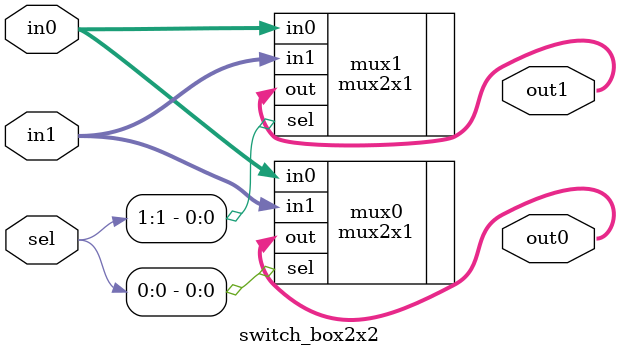
<source format=v>
module switch_box2x2 #
(
  parameter WIDTH = 16
)
(
  input [2-1:0] sel,
  input [WIDTH-1:0] in0,
  input [WIDTH-1:0] in1,
  output [WIDTH-1:0] out0,
  output [WIDTH-1:0] out1
);


  mux2x1
  #(
    .WIDTH(WIDTH)
  )
  mux0
  (
    .in0(in0),
    .in1(in1),
    .sel(sel[0:0]),
    .out(out0)
  );


  mux2x1
  #(
    .WIDTH(WIDTH)
  )
  mux1
  (
    .in0(in0),
    .in1(in1),
    .sel(sel[1:1]),
    .out(out1)
  );

endmodule
</source>
